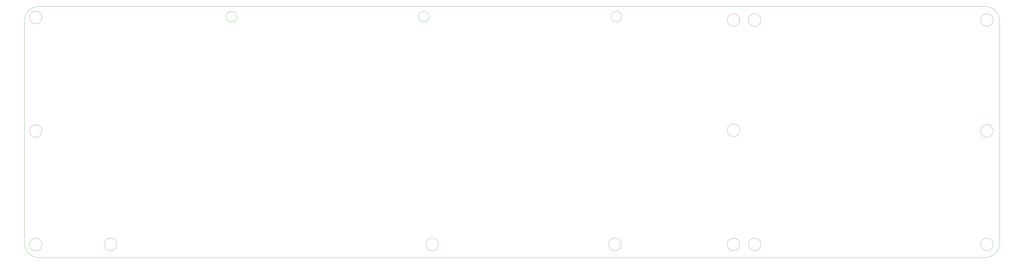
<source format=gko>
G04 #@! TF.GenerationSoftware,KiCad,Pcbnew,(5.1.7)-1*
G04 #@! TF.CreationDate,2020-12-18T21:48:48-05:00*
G04 #@! TF.ProjectId,petkn,7065746b-6e2e-46b6-9963-61645f706362,rev?*
G04 #@! TF.SameCoordinates,Original*
G04 #@! TF.FileFunction,Profile,NP*
%FSLAX46Y46*%
G04 Gerber Fmt 4.6, Leading zero omitted, Abs format (unit mm)*
G04 Created by KiCad (PCBNEW (5.1.7)-1) date 2020-12-18 21:48:48*
%MOMM*%
%LPD*%
G01*
G04 APERTURE LIST*
G04 #@! TA.AperFunction,Profile*
%ADD10C,0.050000*%
G04 #@! TD*
G04 APERTURE END LIST*
D10*
X101351853Y-52705000D02*
G75*
G03*
X101351853Y-52705000I-2101353J0D01*
G01*
X253688353Y-52641500D02*
G75*
G03*
X253688353Y-52641500I-2101353J0D01*
G01*
X177482853Y-52666500D02*
G75*
G03*
X177482853Y-52666500I-2101353J0D01*
G01*
X300500000Y-143002000D02*
G75*
G03*
X300500000Y-143002000I-2500000J0D01*
G01*
X300500000Y-54000000D02*
G75*
G03*
X300500000Y-54000000I-2500000J0D01*
G01*
X300500000Y-97726500D02*
G75*
G03*
X300500000Y-97726500I-2500000J0D01*
G01*
X17272000Y-54419500D02*
X17272000Y-142367000D01*
X403352000Y-54419500D02*
X403352000Y-142367000D01*
X23114000Y-48577500D02*
X397510000Y-48577500D01*
X24217000Y-98000000D02*
G75*
G03*
X24217000Y-98000000I-2500000J0D01*
G01*
X24217000Y-53000000D02*
G75*
G03*
X24217000Y-53000000I-2500000J0D01*
G01*
X400772000Y-98000000D02*
G75*
G03*
X400772000Y-98000000I-2500000J0D01*
G01*
X23114000Y-148209000D02*
X397510000Y-148209000D01*
X397510000Y-48577500D02*
G75*
G02*
X403352000Y-54419500I0J-5842000D01*
G01*
X53871500Y-143000000D02*
G75*
G03*
X53871500Y-143000000I-2500000J0D01*
G01*
X24217000Y-143000000D02*
G75*
G03*
X24217000Y-143000000I-2500000J0D01*
G01*
X181189000Y-143000000D02*
G75*
G03*
X181189000Y-143000000I-2500000J0D01*
G01*
X253515500Y-143000000D02*
G75*
G03*
X253515500Y-143000000I-2500000J0D01*
G01*
X308824000Y-143000000D02*
G75*
G03*
X308824000Y-143000000I-2500000J0D01*
G01*
X400835500Y-143000000D02*
G75*
G03*
X400835500Y-143000000I-2500000J0D01*
G01*
X17272000Y-54419500D02*
G75*
G02*
X23114000Y-48577500I5842000J0D01*
G01*
X403352000Y-142367000D02*
G75*
G02*
X397510000Y-148209000I-5842000J0D01*
G01*
X308824000Y-54000000D02*
G75*
G03*
X308824000Y-54000000I-2500000J0D01*
G01*
X23114000Y-148209000D02*
G75*
G02*
X17272000Y-142367000I0J5842000D01*
G01*
X400772000Y-54000000D02*
G75*
G03*
X400772000Y-54000000I-2500000J0D01*
G01*
M02*

</source>
